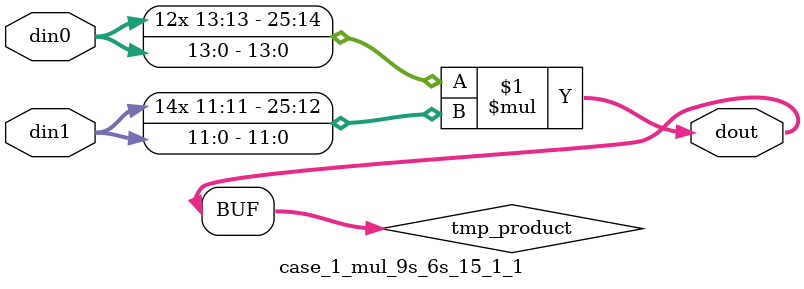
<source format=v>

`timescale 1 ns / 1 ps

 (* use_dsp = "no" *)  module case_1_mul_9s_6s_15_1_1(din0, din1, dout);
parameter ID = 1;
parameter NUM_STAGE = 0;
parameter din0_WIDTH = 14;
parameter din1_WIDTH = 12;
parameter dout_WIDTH = 26;

input [din0_WIDTH - 1 : 0] din0; 
input [din1_WIDTH - 1 : 0] din1; 
output [dout_WIDTH - 1 : 0] dout;

wire signed [dout_WIDTH - 1 : 0] tmp_product;



























assign tmp_product = $signed(din0) * $signed(din1);








assign dout = tmp_product;





















endmodule

</source>
